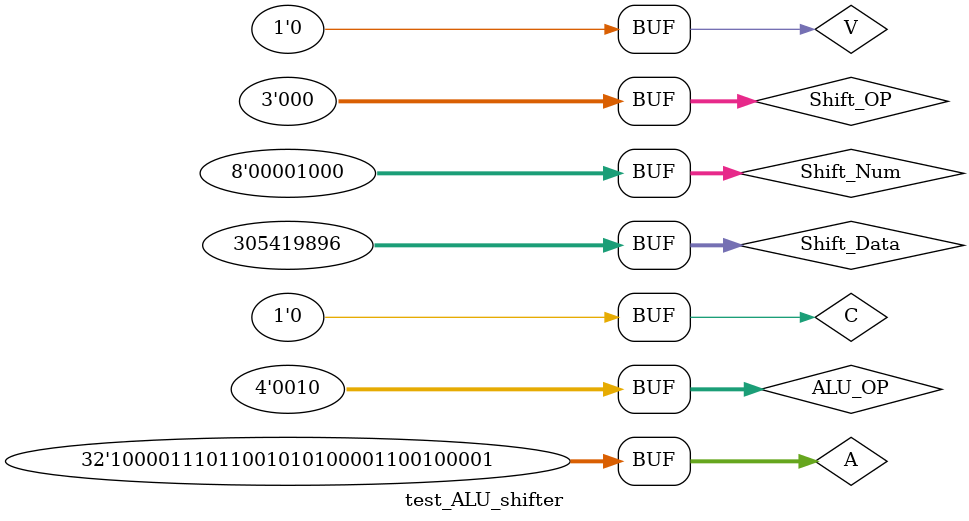
<source format=v>
`timescale 1ns / 1ps



module test_ALU_shifter;
    reg [31:0] Shift_Data;
    reg [7:0] Shift_Num;
    reg [2:0] Shift_OP;
    reg [31:0] A;
    reg [3:0] ALU_OP;
    reg C;
    reg V;
    wire [31:0] F;
    wire [3:0] NZCV;

    ALU_shifter uut (
        .Shift_Data(Shift_Data), 
        .Shift_Num(Shift_Num), 
        .Shift_OP(Shift_OP), 
        .A(A), 
        .ALU_OP(ALU_OP), 
        .C(C), 
        .V(V), 
        .F(F), 
        .NZCV(NZCV)
    );

    initial begin
        Shift_Data = 32'h12345678;
        Shift_Num = 0;
        Shift_OP = 3'b000;
        A = 32'h87654321;
        ALU_OP = 4'h0;
        C = 0;
        V = 0;

        #100;
        
        
        // Test case 1: Logical Shift Left
        Shift_OP = 3'b000; // Logical Shift Left
        Shift_Num = 8;
        ALU_OP = 4'h4; // ADD operation in ALU
        #10;

        // Test case 2: Logical Shift Right
        Shift_OP = 3'b010; // Logical Shift Right
        Shift_Num = 8;
        ALU_OP = 4'h4; // ADD operation in ALU
        #10;

        // Test case 3: Arithmetic Shift Right
        Shift_OP = 3'b100; // Arithmetic Shift Right
        Shift_Num = 8;
        ALU_OP = 4'h4; // ADD operation in ALU
        #10;

        // Test case 4: Rotate Right
        Shift_OP = 3'b110; // Rotate Right
        Shift_Num = 8;
        ALU_OP = 4'h4; // ADD operation in ALU
        #10;

        // Test case 5: Different ALU operation
        Shift_OP = 3'b000; // Logical Shift Left
        Shift_Num = 8;
        ALU_OP = 4'h2; // SUB operation in ALU
        #10;
    end

endmodule

</source>
